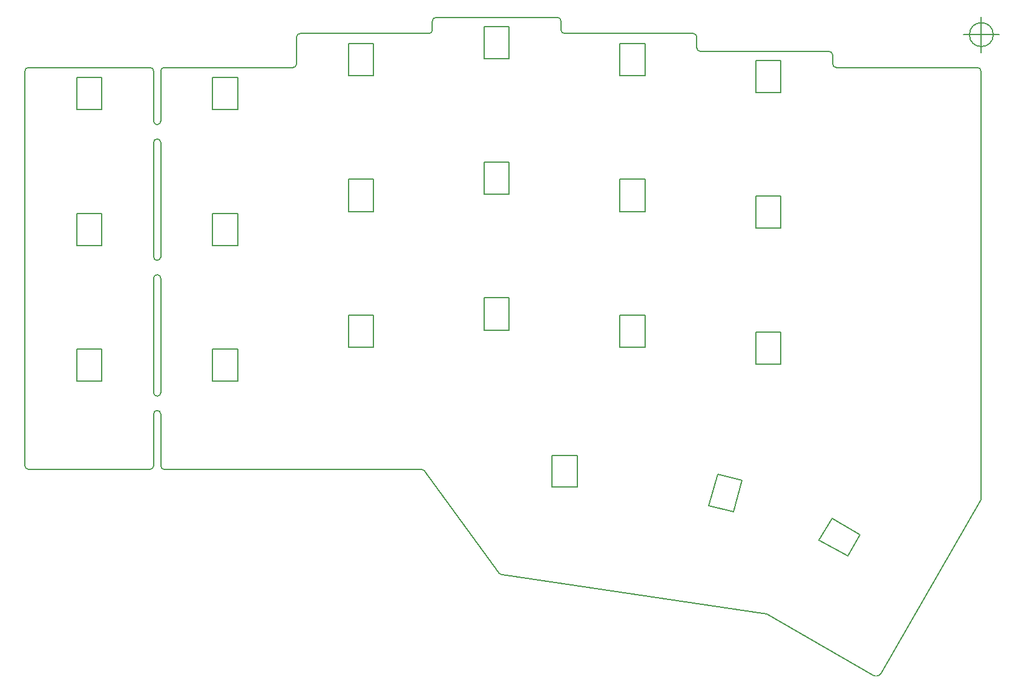
<source format=gbr>
G04 #@! TF.GenerationSoftware,KiCad,Pcbnew,8.0.8*
G04 #@! TF.CreationDate,2025-02-24T17:12:59+09:00*
G04 #@! TF.ProjectId,corne-classic,636f726e-652d-4636-9c61-737369632e6b,1.1*
G04 #@! TF.SameCoordinates,Original*
G04 #@! TF.FileFunction,Profile,NP*
%FSLAX46Y46*%
G04 Gerber Fmt 4.6, Leading zero omitted, Abs format (unit mm)*
G04 Created by KiCad (PCBNEW 8.0.8) date 2025-02-24 17:12:59*
%MOMM*%
%LPD*%
G01*
G04 APERTURE LIST*
G04 #@! TA.AperFunction,Profile*
%ADD10C,0.150000*%
G04 #@! TD*
G04 APERTURE END LIST*
D10*
X87250000Y-69400000D02*
X87250000Y-73900000D01*
X87250000Y-73900000D02*
X90750000Y-73900000D01*
X90750000Y-73900000D02*
X90750000Y-69400000D01*
X90750000Y-69400000D02*
X87250000Y-69400000D01*
X68250000Y-88400000D02*
X68250000Y-92900000D01*
X68250000Y-92900000D02*
X71750000Y-92900000D01*
X71750000Y-92900000D02*
X71750000Y-88400000D01*
X71750000Y-88400000D02*
X68250000Y-88400000D01*
X87250000Y-88400000D02*
X87250000Y-92900000D01*
X87250000Y-92900000D02*
X90750000Y-92900000D01*
X90750000Y-92900000D02*
X90750000Y-88400000D01*
X90750000Y-88400000D02*
X87250000Y-88400000D01*
X68250000Y-107400000D02*
X68250000Y-111900000D01*
X68250000Y-111900000D02*
X71750000Y-111900000D01*
X71750000Y-111900000D02*
X71750000Y-107400000D01*
X71750000Y-107400000D02*
X68250000Y-107400000D01*
X87250000Y-107400000D02*
X87250000Y-111900000D01*
X87250000Y-111900000D02*
X90750000Y-111900000D01*
X90750000Y-111900000D02*
X90750000Y-107400000D01*
X90750000Y-107400000D02*
X87250000Y-107400000D01*
X106250000Y-64650000D02*
X106250000Y-69150000D01*
X106250000Y-69150000D02*
X109750000Y-69150000D01*
X109750000Y-69150000D02*
X109750000Y-64650000D01*
X109750000Y-64650000D02*
X106250000Y-64650000D01*
X125250000Y-62250000D02*
X125250000Y-66750000D01*
X125250000Y-66750000D02*
X128750000Y-66750000D01*
X128750000Y-66750000D02*
X128750000Y-62250000D01*
X128750000Y-62250000D02*
X125250000Y-62250000D01*
X144250000Y-64650000D02*
X144250000Y-69150000D01*
X144250000Y-69150000D02*
X147750000Y-69150000D01*
X147750000Y-69150000D02*
X147750000Y-64650000D01*
X147750000Y-64650000D02*
X144250000Y-64650000D01*
X163250000Y-67000000D02*
X163250000Y-71500000D01*
X163250000Y-71500000D02*
X166750000Y-71500000D01*
X166750000Y-71500000D02*
X166750000Y-67000000D01*
X166750000Y-67000000D02*
X163250000Y-67000000D01*
X106250000Y-83650000D02*
X106250000Y-88150000D01*
X106250000Y-88150000D02*
X109750000Y-88150000D01*
X109750000Y-88150000D02*
X109750000Y-83650000D01*
X109750000Y-83650000D02*
X106250000Y-83650000D01*
X125250000Y-81250000D02*
X125250000Y-85750000D01*
X125250000Y-85750000D02*
X128750000Y-85750000D01*
X128750000Y-85750000D02*
X128750000Y-81250000D01*
X128750000Y-81250000D02*
X125250000Y-81250000D01*
X144250000Y-83650000D02*
X144250000Y-88150000D01*
X144250000Y-88150000D02*
X147750000Y-88150000D01*
X147750000Y-88150000D02*
X147750000Y-83650000D01*
X147750000Y-83650000D02*
X144250000Y-83650000D01*
X163250000Y-86000000D02*
X163250000Y-90500000D01*
X163250000Y-90500000D02*
X166750000Y-90500000D01*
X166750000Y-90500000D02*
X166750000Y-86000000D01*
X166750000Y-86000000D02*
X163250000Y-86000000D01*
X106250000Y-102650000D02*
X106250000Y-107150000D01*
X106250000Y-107150000D02*
X109750000Y-107150000D01*
X109750000Y-107150000D02*
X109750000Y-102650000D01*
X109750000Y-102650000D02*
X106250000Y-102650000D01*
X125250000Y-100250000D02*
X125250000Y-104750000D01*
X125250000Y-104750000D02*
X128750000Y-104750000D01*
X128750000Y-104750000D02*
X128750000Y-100250000D01*
X128750000Y-100250000D02*
X125250000Y-100250000D01*
X144250000Y-102650000D02*
X144250000Y-107150000D01*
X144250000Y-107150000D02*
X147750000Y-107150000D01*
X147750000Y-107150000D02*
X147750000Y-102650000D01*
X147750000Y-102650000D02*
X144250000Y-102650000D01*
X163250000Y-105000000D02*
X163250000Y-109500000D01*
X163250000Y-109500000D02*
X166750000Y-109500000D01*
X166750000Y-109500000D02*
X166750000Y-105000000D01*
X166750000Y-105000000D02*
X163250000Y-105000000D01*
X134750000Y-122300000D02*
X134750000Y-126750000D01*
X134750000Y-126750000D02*
X138250000Y-126750000D01*
X138250000Y-126750000D02*
X138250000Y-122300000D01*
X138250000Y-122300000D02*
X134750000Y-122300000D01*
X157900000Y-124900000D02*
X156700000Y-129300000D01*
X156700000Y-129300000D02*
X160100000Y-130200000D01*
X160100000Y-130200000D02*
X161300000Y-125800000D01*
X161300000Y-125800000D02*
X157900000Y-124900000D01*
X154500000Y-63250000D02*
G75*
G02*
X155000000Y-63750000I0J-500000D01*
G01*
X79500000Y-116000000D02*
G75*
G02*
X80000000Y-116500000I0J-500000D01*
G01*
X173500000Y-65750000D02*
G75*
G02*
X174000000Y-66250000I0J-500000D01*
G01*
X61500000Y-124250000D02*
G75*
G02*
X61000000Y-123750000I0J500000D01*
G01*
X180800000Y-152800000D02*
X194750000Y-128500000D01*
X79500000Y-97000000D02*
G75*
G02*
X80000000Y-97500000I0J-500000D01*
G01*
X136000000Y-62750000D02*
X136000000Y-61500000D01*
X79000000Y-123750000D02*
X79000000Y-116500000D01*
X180800000Y-152800000D02*
G75*
G02*
X179570000Y-153030000I-730000J500000D01*
G01*
X79000000Y-97500000D02*
G75*
G02*
X79500000Y-97000000I500000J0D01*
G01*
X154500000Y-63250000D02*
X136500000Y-63250000D01*
X71750000Y-73900000D02*
X71750000Y-69400000D01*
X79000000Y-78500000D02*
X79000000Y-94500000D01*
X173500000Y-65750000D02*
X155500000Y-65750000D01*
X80000000Y-75500000D02*
G75*
G02*
X79500000Y-76000000I-500000J0D01*
G01*
X80000000Y-113500000D02*
G75*
G02*
X79500000Y-114000000I-500000J0D01*
G01*
X176100000Y-136400000D02*
X177800000Y-133400000D01*
X78500000Y-68000000D02*
G75*
G02*
X79000000Y-68500000I0J-500000D01*
G01*
X117500000Y-63250000D02*
X99500000Y-63250000D01*
X135500000Y-61000000D02*
X118500000Y-61000000D01*
X116500000Y-124250000D02*
X80500000Y-124250000D01*
X61500000Y-124250000D02*
X78500000Y-124250000D01*
X155000000Y-65250000D02*
X155000000Y-63750000D01*
X79500000Y-78000000D02*
G75*
G02*
X80000000Y-78500000I0J-500000D01*
G01*
X155500000Y-65750000D02*
G75*
G02*
X155000000Y-65250000I0J500000D01*
G01*
X194250000Y-68000000D02*
G75*
G02*
X194750000Y-68500000I0J-500000D01*
G01*
X173900000Y-131100000D02*
X172100000Y-134200000D01*
X172100000Y-134200000D02*
X176100000Y-136400000D01*
X99000000Y-67500000D02*
G75*
G02*
X98500000Y-68000000I-500000J0D01*
G01*
X79000000Y-116500000D02*
G75*
G02*
X79500000Y-116000000I500000J0D01*
G01*
X118000000Y-61500000D02*
G75*
G02*
X118500000Y-61000000I500000J0D01*
G01*
X80000000Y-97500000D02*
X80000000Y-113500000D01*
X61000000Y-68500000D02*
X61000000Y-123750000D01*
X174000000Y-66250000D02*
X174000000Y-67500000D01*
X79000000Y-68500000D02*
X79000000Y-75500000D01*
X98500000Y-68000000D02*
X80500000Y-68000000D01*
X136500000Y-63250000D02*
G75*
G02*
X136000000Y-62750000I0J500000D01*
G01*
X61000000Y-68500000D02*
G75*
G02*
X61500000Y-68000000I500000J0D01*
G01*
X79000000Y-78500000D02*
G75*
G02*
X79500000Y-78000000I500000J0D01*
G01*
X68250000Y-73900000D02*
X71750000Y-73900000D01*
X99000000Y-63750000D02*
G75*
G02*
X99500000Y-63250000I500000J0D01*
G01*
X79500000Y-76000000D02*
G75*
G02*
X79000000Y-75500000I0J500000D01*
G01*
X116853553Y-124396447D02*
X127398237Y-138855334D01*
X80000000Y-116500000D02*
X80000000Y-123750000D01*
X194250000Y-68000000D02*
X174500000Y-68000000D01*
X79500000Y-95000000D02*
G75*
G02*
X79000000Y-94500000I0J500000D01*
G01*
X80000000Y-68500000D02*
G75*
G02*
X80500000Y-68000000I500000J0D01*
G01*
X127750000Y-139000000D02*
X164750000Y-144500000D01*
X164750000Y-144500000D02*
X179570000Y-153030000D01*
X71750000Y-69400000D02*
X68250000Y-69400000D01*
X116500000Y-124250000D02*
G75*
G02*
X116853553Y-124396447I0J-500000D01*
G01*
X118000000Y-62750000D02*
G75*
G02*
X117500000Y-63250000I-500000J0D01*
G01*
X174500000Y-68000000D02*
G75*
G02*
X174000000Y-67500000I0J500000D01*
G01*
X80000000Y-94500000D02*
X80000000Y-78500000D01*
X135500000Y-61000000D02*
G75*
G02*
X136000000Y-61500000I0J-500000D01*
G01*
X80000000Y-94500000D02*
G75*
G02*
X79500000Y-95000000I-500000J0D01*
G01*
X80500000Y-124250000D02*
G75*
G02*
X80000000Y-123750000I0J500000D01*
G01*
X118000000Y-61500000D02*
X118000000Y-62750000D01*
X99000000Y-63750000D02*
X99000000Y-67500000D01*
X194750000Y-68500000D02*
X194750000Y-128500000D01*
X79000000Y-123750000D02*
G75*
G02*
X78500000Y-124250000I-500000J0D01*
G01*
X79500000Y-114000000D02*
G75*
G02*
X79000000Y-113500000I0J500000D01*
G01*
X177800000Y-133400000D02*
X173900000Y-131100000D01*
X68250000Y-69400000D02*
X68250000Y-73900000D01*
X78500000Y-68000000D02*
X61500000Y-68000000D01*
X79000000Y-113500000D02*
X79000000Y-97500000D01*
X80000000Y-75500000D02*
X80000000Y-68500000D01*
X127750000Y-139000000D02*
G75*
G02*
X127398237Y-138855334I0J500000D01*
G01*
X196466666Y-63400000D02*
G75*
G02*
X193133334Y-63400000I-1666666J0D01*
G01*
X193133334Y-63400000D02*
G75*
G02*
X196466666Y-63400000I1666666J0D01*
G01*
X192300000Y-63400000D02*
X197300000Y-63400000D01*
X194800000Y-60900000D02*
X194800000Y-65900000D01*
M02*

</source>
